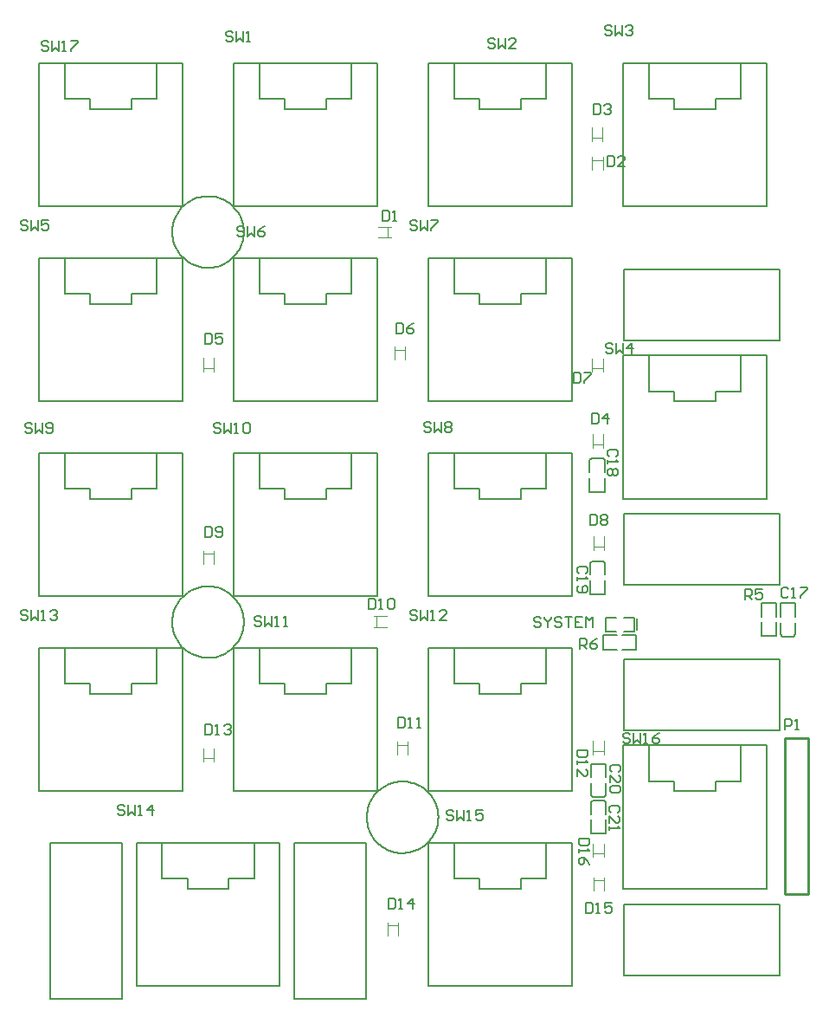
<source format=gto>
G04*
G04 #@! TF.GenerationSoftware,Altium Limited,Altium Designer,20.1.8 (145)*
G04*
G04 Layer_Color=65535*
%FSLAX25Y25*%
%MOIN*%
G70*
G04*
G04 #@! TF.SameCoordinates,F81AAEC3-6A38-4882-98ED-ECA9077A9C2D*
G04*
G04*
G04 #@! TF.FilePolarity,Positive*
G04*
G01*
G75*
%ADD10C,0.00591*%
%ADD11C,0.00600*%
%ADD12C,0.00500*%
%ADD13C,0.00197*%
%ADD14C,0.01000*%
%ADD15C,0.00700*%
%ADD16R,0.00606X0.04724*%
D10*
X167480Y228700D02*
X167444Y229694D01*
X167336Y230683D01*
X167157Y231662D01*
X166909Y232626D01*
X166591Y233568D01*
X166206Y234486D01*
X165756Y235373D01*
X165243Y236226D01*
X164670Y237039D01*
X164040Y237809D01*
X163355Y238531D01*
X162621Y239202D01*
X161840Y239819D01*
X161016Y240377D01*
X160154Y240874D01*
X159259Y241308D01*
X158335Y241677D01*
X157386Y241977D01*
X156419Y242209D01*
X155437Y242370D01*
X154446Y242459D01*
X153451Y242477D01*
X152458Y242423D01*
X151471Y242298D01*
X150495Y242102D01*
X149537Y241835D01*
X148600Y241501D01*
X147689Y241100D01*
X146810Y240633D01*
X145967Y240105D01*
X145164Y239517D01*
X144406Y238873D01*
X143696Y238176D01*
X143038Y237430D01*
X142436Y236638D01*
X141893Y235804D01*
X141411Y234934D01*
X140993Y234031D01*
X140642Y233100D01*
X140358Y232146D01*
X140145Y231174D01*
X140001Y230190D01*
X139929Y229198D01*
Y228203D01*
X140001Y227210D01*
X140145Y226226D01*
X140358Y225254D01*
X140642Y224300D01*
X140993Y223369D01*
X141411Y222466D01*
X141893Y221596D01*
X142436Y220762D01*
X143038Y219970D01*
X143696Y219224D01*
X144406Y218527D01*
X145164Y217883D01*
X145967Y217295D01*
X146810Y216767D01*
X147689Y216301D01*
X148600Y215899D01*
X149537Y215564D01*
X150495Y215298D01*
X151471Y215102D01*
X152458Y214977D01*
X153451Y214923D01*
X154446Y214941D01*
X155437Y215030D01*
X156419Y215191D01*
X157386Y215423D01*
X158335Y215723D01*
X159259Y216092D01*
X160154Y216526D01*
X161016Y217023D01*
X161840Y217581D01*
X162621Y218198D01*
X163355Y218869D01*
X164040Y219591D01*
X164670Y220361D01*
X165243Y221174D01*
X165756Y222027D01*
X166206Y222914D01*
X166591Y223832D01*
X166909Y224775D01*
X167157Y225738D01*
X167336Y226717D01*
X167444Y227706D01*
X167480Y228700D01*
X167470Y378777D02*
X167434Y379772D01*
X167326Y380761D01*
X167148Y381740D01*
X166899Y382703D01*
X166581Y383646D01*
X166196Y384563D01*
X165746Y385451D01*
X165233Y386303D01*
X164660Y387116D01*
X164030Y387886D01*
X163346Y388609D01*
X162611Y389280D01*
X161830Y389896D01*
X161006Y390454D01*
X160145Y390952D01*
X159249Y391386D01*
X158325Y391754D01*
X157377Y392055D01*
X156409Y392286D01*
X155427Y392447D01*
X154436Y392537D01*
X153441Y392555D01*
X152448Y392501D01*
X151461Y392375D01*
X150486Y392179D01*
X149527Y391913D01*
X148590Y391578D01*
X147679Y391177D01*
X146800Y390711D01*
X145957Y390182D01*
X145155Y389595D01*
X144396Y388951D01*
X143686Y388253D01*
X143029Y387507D01*
X142427Y386715D01*
X141883Y385881D01*
X141401Y385011D01*
X140983Y384108D01*
X140632Y383177D01*
X140349Y382224D01*
X140135Y381252D01*
X139991Y380267D01*
X139920Y379275D01*
Y378280D01*
X139991Y377288D01*
X140135Y376303D01*
X140349Y375331D01*
X140632Y374378D01*
X140983Y373447D01*
X141401Y372544D01*
X141883Y371673D01*
X142427Y370840D01*
X143029Y370048D01*
X143686Y369301D01*
X144396Y368604D01*
X145155Y367960D01*
X145957Y367372D01*
X146800Y366844D01*
X147679Y366378D01*
X148590Y365977D01*
X149527Y365642D01*
X150486Y365376D01*
X151461Y365179D01*
X152448Y365054D01*
X153441Y365000D01*
X154436Y365018D01*
X155427Y365108D01*
X156409Y365269D01*
X157377Y365500D01*
X158325Y365801D01*
X159249Y366169D01*
X160145Y366603D01*
X161006Y367100D01*
X161830Y367659D01*
X162611Y368275D01*
X163345Y368946D01*
X164030Y369669D01*
X164660Y370438D01*
X165233Y371252D01*
X165746Y372104D01*
X166196Y372991D01*
X166581Y373909D01*
X166899Y374852D01*
X167148Y375815D01*
X167326Y376794D01*
X167434Y377783D01*
X167470Y378777D01*
X242379Y153600D02*
X242344Y154594D01*
X242236Y155583D01*
X242057Y156562D01*
X241809Y157526D01*
X241491Y158468D01*
X241106Y159386D01*
X240656Y160273D01*
X240143Y161126D01*
X239570Y161939D01*
X238939Y162709D01*
X238255Y163431D01*
X237521Y164102D01*
X236740Y164719D01*
X235916Y165277D01*
X235054Y165774D01*
X234159Y166208D01*
X233235Y166577D01*
X232286Y166877D01*
X231319Y167109D01*
X230337Y167270D01*
X229346Y167359D01*
X228351Y167377D01*
X227358Y167323D01*
X226371Y167198D01*
X225395Y167002D01*
X224437Y166735D01*
X223500Y166401D01*
X222589Y165999D01*
X221710Y165533D01*
X220867Y165005D01*
X220064Y164417D01*
X219306Y163773D01*
X218596Y163076D01*
X217938Y162330D01*
X217336Y161538D01*
X216793Y160704D01*
X216311Y159834D01*
X215893Y158931D01*
X215542Y158000D01*
X215258Y157046D01*
X215044Y156074D01*
X214901Y155090D01*
X214829Y154097D01*
Y153103D01*
X214901Y152110D01*
X215044Y151126D01*
X215258Y150154D01*
X215542Y149200D01*
X215893Y148269D01*
X216311Y147366D01*
X216793Y146496D01*
X217336Y145662D01*
X217938Y144870D01*
X218596Y144124D01*
X219306Y143427D01*
X220064Y142783D01*
X220867Y142195D01*
X221710Y141667D01*
X222589Y141200D01*
X223500Y140799D01*
X224437Y140464D01*
X225395Y140198D01*
X226371Y140002D01*
X227358Y139877D01*
X228351Y139823D01*
X229346Y139841D01*
X230337Y139930D01*
X231319Y140091D01*
X232286Y140323D01*
X233235Y140623D01*
X234159Y140992D01*
X235054Y141426D01*
X235916Y141923D01*
X236740Y142481D01*
X237521Y143098D01*
X238255Y143769D01*
X238939Y144491D01*
X239570Y145261D01*
X240143Y146074D01*
X240656Y146927D01*
X241106Y147814D01*
X241491Y148732D01*
X241809Y149674D01*
X242057Y150638D01*
X242236Y151617D01*
X242344Y152606D01*
X242379Y153600D01*
X373737Y336963D02*
Y364522D01*
X313737Y336963D02*
X373737D01*
X313737D02*
Y364522D01*
X373737D01*
Y242963D02*
Y270522D01*
X313737Y242963D02*
X373737D01*
X313737D02*
Y270522D01*
X373737D01*
Y186962D02*
Y214522D01*
X313737Y186962D02*
X373737D01*
X313737D02*
Y214522D01*
X373737D01*
X186958Y83743D02*
X214517D01*
X186958D02*
Y143743D01*
X214517D01*
Y83743D02*
Y143743D01*
X92958Y83743D02*
X120517D01*
X92958D02*
Y143743D01*
X120517D01*
Y83743D02*
Y143743D01*
X313737Y120126D02*
X373737D01*
X313737Y92567D02*
Y120126D01*
Y92567D02*
X373737D01*
Y120126D01*
D11*
X306900Y154800D02*
Y159400D01*
X301100Y147300D02*
X306900D01*
Y152600D01*
X301100Y147300D02*
Y152600D01*
Y154800D02*
Y159400D01*
X301800Y160100D01*
X306200D01*
X306900Y159400D01*
X301100Y162100D02*
Y166700D01*
Y174200D02*
X306900D01*
X301100Y168900D02*
Y174200D01*
X306900Y168900D02*
Y174200D01*
Y162100D02*
Y166700D01*
X306200Y161400D02*
X306900Y162100D01*
X301800Y161400D02*
X306200D01*
X301100Y162100D02*
X301800Y161400D01*
X305900Y223600D02*
X311100D01*
X305900Y218000D02*
X311100D01*
X305900D02*
Y223600D01*
X318500Y218000D02*
Y223600D01*
X313300D02*
X318500D01*
X313300Y218000D02*
X318500D01*
X306700Y246900D02*
Y251500D01*
X300900Y239400D02*
X306700D01*
Y244700D01*
X300900Y239400D02*
Y244700D01*
Y246900D02*
Y251500D01*
X301600Y252200D01*
X306000D01*
X306700Y251500D01*
X306500Y286300D02*
Y290900D01*
X300700Y278800D02*
X306500D01*
Y284100D01*
X300700Y278800D02*
Y284100D01*
Y286300D02*
Y290900D01*
X301400Y291600D01*
X305800D01*
X306500Y290900D01*
X306900Y230500D02*
X310825D01*
X313975D02*
X317900D01*
X306900Y225100D02*
X310825D01*
X317900D02*
Y230500D01*
X306900Y225100D02*
Y230500D01*
X313975Y225100D02*
X317900D01*
X372400Y230800D02*
Y236000D01*
X366800Y230800D02*
Y236000D01*
X372400D01*
X366800Y223400D02*
X372400D01*
Y228600D01*
X366800Y223400D02*
Y228600D01*
X374200Y223900D02*
Y228500D01*
Y236000D02*
X380000D01*
X374200Y230700D02*
Y236000D01*
X380000Y230700D02*
Y236000D01*
Y223900D02*
Y228500D01*
X379300Y223200D02*
X380000Y223900D01*
X374900Y223200D02*
X379300D01*
X374200Y223900D02*
X374900Y223200D01*
D12*
X323521Y167522D02*
Y181226D01*
X358954Y167442D02*
Y181226D01*
X349111Y167442D02*
X358954D01*
X323521Y167522D02*
X333363D01*
Y163585D02*
Y167442D01*
X349111Y163585D02*
Y167442D01*
X333363Y163585D02*
X349111D01*
X313678Y126183D02*
X368796D01*
Y181301D01*
X313678D02*
X368796D01*
X313678Y126183D02*
Y181301D01*
Y276184D02*
Y331302D01*
X368796D01*
Y276184D02*
Y331302D01*
X313678Y276184D02*
X368796D01*
X333363Y313586D02*
X349111D01*
Y317443D01*
X333363Y313586D02*
Y317443D01*
X323521Y317523D02*
X333363D01*
X349111Y317443D02*
X358954D01*
Y331227D01*
X323521Y317523D02*
Y331227D01*
X173521Y355023D02*
Y368727D01*
X208954Y354943D02*
Y368727D01*
X199111Y354943D02*
X208954D01*
X173521Y355023D02*
X183363D01*
Y351086D02*
Y354943D01*
X199111Y351086D02*
Y354943D01*
X183363Y351086D02*
X199111D01*
X163678Y313684D02*
X218796D01*
Y368802D01*
X163678D02*
X218796D01*
X163678Y313684D02*
Y368802D01*
X98520Y280023D02*
Y293727D01*
X133954Y279943D02*
Y293727D01*
X124111Y279943D02*
X133954D01*
X98520Y280023D02*
X108363D01*
Y276086D02*
Y279943D01*
X124111Y276086D02*
Y279943D01*
X108363Y276086D02*
X124111D01*
X88678Y238684D02*
X143796D01*
Y293802D01*
X88678D02*
X143796D01*
X88678Y238684D02*
Y293802D01*
X173521Y280023D02*
Y293727D01*
X208954Y279943D02*
Y293727D01*
X199111Y279943D02*
X208954D01*
X173521Y280023D02*
X183363D01*
Y276086D02*
Y279943D01*
X199111Y276086D02*
Y279943D01*
X183363Y276086D02*
X199111D01*
X163678Y238684D02*
X218796D01*
Y293802D01*
X163678D02*
X218796D01*
X163678Y238684D02*
Y293802D01*
X248521Y130022D02*
Y143726D01*
X283954Y129943D02*
Y143726D01*
X274111Y129943D02*
X283954D01*
X248521Y130022D02*
X258363D01*
Y126085D02*
Y129943D01*
X274111Y126085D02*
Y129943D01*
X258363Y126085D02*
X274111D01*
X238678Y88683D02*
X293796D01*
Y143802D01*
X238678D02*
X293796D01*
X238678Y88683D02*
Y143802D01*
X173521Y205022D02*
Y218726D01*
X208954Y204942D02*
Y218726D01*
X199111Y204942D02*
X208954D01*
X173521Y205022D02*
X183363D01*
Y201085D02*
Y204942D01*
X199111Y201085D02*
Y204942D01*
X183363Y201085D02*
X199111D01*
X163678Y163683D02*
X218796D01*
Y218801D01*
X163678D02*
X218796D01*
X163678Y163683D02*
Y218801D01*
X248521Y280023D02*
Y293727D01*
X283954Y279943D02*
Y293727D01*
X274111Y279943D02*
X283954D01*
X248521Y280023D02*
X258363D01*
Y276086D02*
Y279943D01*
X274111Y276086D02*
Y279943D01*
X258363Y276086D02*
X274111D01*
X238678Y238684D02*
X293796D01*
Y293802D01*
X238678D02*
X293796D01*
X238678Y238684D02*
Y293802D01*
X238678Y388684D02*
Y443802D01*
X293796D01*
Y388684D02*
Y443802D01*
X238678Y388684D02*
X293796D01*
X258363Y426086D02*
X274111D01*
Y429943D01*
X258363Y426086D02*
Y429943D01*
X248521Y430023D02*
X258363D01*
X274111Y429943D02*
X283954D01*
Y443727D01*
X248521Y430023D02*
Y443727D01*
X98522Y430023D02*
Y443727D01*
X133955Y429943D02*
Y443727D01*
X124112Y429943D02*
X133955D01*
X98522Y430023D02*
X108364D01*
Y426086D02*
Y429943D01*
X124112Y426086D02*
Y429943D01*
X108364Y426086D02*
X124112D01*
X88679Y388684D02*
X143797D01*
Y443802D01*
X88679D02*
X143797D01*
X88679Y388684D02*
Y443802D01*
X163678Y388684D02*
Y443802D01*
X218796D01*
Y388684D02*
Y443802D01*
X163678Y388684D02*
X218796D01*
X183363Y426086D02*
X199111D01*
Y429943D01*
X183363Y426086D02*
Y429943D01*
X173521Y430023D02*
X183363D01*
X199111Y429943D02*
X208954D01*
Y443727D01*
X173521Y430023D02*
Y443727D01*
X136021Y130022D02*
Y143726D01*
X171454Y129943D02*
Y143726D01*
X161612Y129943D02*
X171454D01*
X136021Y130022D02*
X145864D01*
Y126085D02*
Y129943D01*
X161612Y126085D02*
Y129943D01*
X145864Y126085D02*
X161612D01*
X126179Y88683D02*
X181297D01*
Y143802D01*
X126179D02*
X181297D01*
X126179Y88683D02*
Y143802D01*
X313678Y388684D02*
Y443802D01*
X368796D01*
Y388684D02*
Y443802D01*
X313678Y388684D02*
X368796D01*
X333363Y426086D02*
X349111D01*
Y429943D01*
X333363Y426086D02*
Y429943D01*
X323521Y430023D02*
X333363D01*
X349111Y429943D02*
X358954D01*
Y443727D01*
X323521Y430023D02*
Y443727D01*
X238678Y313684D02*
Y368802D01*
X293796D01*
Y313684D02*
Y368802D01*
X238678Y313684D02*
X293796D01*
X258363Y351086D02*
X274111D01*
Y354943D01*
X258363Y351086D02*
Y354943D01*
X248521Y355023D02*
X258363D01*
X274111Y354943D02*
X283954D01*
Y368727D01*
X248521Y355023D02*
Y368727D01*
X88652Y313734D02*
Y368852D01*
X143771D01*
Y313734D02*
Y368852D01*
X88652Y313734D02*
X143771D01*
X108337Y351135D02*
X124085D01*
Y354993D01*
X108337Y351135D02*
Y354993D01*
X98495Y355072D02*
X108337D01*
X124085Y354993D02*
X133928D01*
Y368776D01*
X98495Y355072D02*
Y368776D01*
X238678Y163683D02*
Y218801D01*
X293796D01*
Y163683D02*
Y218801D01*
X238678Y163683D02*
X293796D01*
X258363Y201085D02*
X274111D01*
Y204942D01*
X258363Y201085D02*
Y204942D01*
X248521Y205022D02*
X258363D01*
X274111Y204942D02*
X283954D01*
Y218726D01*
X248521Y205022D02*
Y218726D01*
X88678Y163684D02*
Y218802D01*
X143796D01*
Y163684D02*
Y218802D01*
X88678Y163684D02*
X143796D01*
X108363Y201085D02*
X124111D01*
Y204943D01*
X108363Y201085D02*
Y204943D01*
X98520Y205022D02*
X108363D01*
X124111Y204943D02*
X133954D01*
Y218726D01*
X98520Y205022D02*
Y218726D01*
D13*
X302060Y257663D02*
X306194D01*
Y256482D02*
Y261600D01*
X302060Y256482D02*
Y261600D01*
X301760Y297063D02*
X305894D01*
Y295882D02*
Y301000D01*
X301760Y295882D02*
Y301000D01*
X301660Y326263D02*
X305794D01*
Y325082D02*
Y330200D01*
X301660Y325082D02*
Y330200D01*
X301633Y406537D02*
X305767D01*
X301633Y402600D02*
Y407718D01*
X305767Y402600D02*
Y407718D01*
X223037Y376633D02*
Y380767D01*
X219100D02*
X224218D01*
X219100Y376633D02*
X224218D01*
X302033Y139563D02*
X306167D01*
Y138382D02*
Y143500D01*
X302033Y138382D02*
Y143500D01*
X302133Y129337D02*
X306267D01*
X302133Y125400D02*
Y130518D01*
X306267Y125400D02*
Y130518D01*
X302033Y177882D02*
Y183000D01*
X306167Y177882D02*
Y183000D01*
X302033Y179063D02*
X306167D01*
X226867Y108000D02*
Y113118D01*
X222733Y108000D02*
Y113118D01*
Y111937D02*
X226867D01*
X151860Y175082D02*
Y180200D01*
X155994Y175082D02*
Y180200D01*
X151860Y176263D02*
X155994D01*
X230567Y177600D02*
Y182718D01*
X226433Y177600D02*
Y182718D01*
Y181537D02*
X230567D01*
X217482Y230967D02*
X222600D01*
X217482Y226833D02*
X222600D01*
X218663D02*
Y230967D01*
X155967Y251100D02*
Y256218D01*
X151833Y251100D02*
Y256218D01*
Y255037D02*
X155967D01*
X301533Y413782D02*
Y418900D01*
X305667Y413782D02*
Y418900D01*
X301533Y414963D02*
X305667D01*
X229667Y329600D02*
Y334718D01*
X225533Y329600D02*
Y334718D01*
Y333537D02*
X229667D01*
X151833Y325182D02*
Y330300D01*
X155967Y325182D02*
Y330300D01*
X151833Y326363D02*
X155967D01*
D14*
X375900Y184200D02*
X384900D01*
X375900Y124188D02*
Y184200D01*
Y124188D02*
X384900D01*
Y184200D01*
D15*
X375800Y187400D02*
Y191399D01*
X377799D01*
X378466Y190732D01*
Y189399D01*
X377799Y188733D01*
X375800D01*
X379799Y187400D02*
X381132D01*
X380465D01*
Y191399D01*
X379799Y190732D01*
X92168Y451833D02*
X91502Y452499D01*
X90169D01*
X89502Y451833D01*
Y451166D01*
X90169Y450500D01*
X91502D01*
X92168Y449834D01*
Y449167D01*
X91502Y448501D01*
X90169D01*
X89502Y449167D01*
X93501Y452499D02*
Y448501D01*
X94834Y449834D01*
X96167Y448501D01*
Y452499D01*
X97500Y448501D02*
X98833D01*
X98166D01*
Y452499D01*
X97500Y451833D01*
X100832Y452499D02*
X103498D01*
Y451833D01*
X100832Y449167D01*
Y448501D01*
X316268Y185433D02*
X315602Y186099D01*
X314269D01*
X313602Y185433D01*
Y184766D01*
X314269Y184100D01*
X315602D01*
X316268Y183433D01*
Y182767D01*
X315602Y182101D01*
X314269D01*
X313602Y182767D01*
X317601Y186099D02*
Y182101D01*
X318934Y183433D01*
X320267Y182101D01*
Y186099D01*
X321600Y182101D02*
X322933D01*
X322266D01*
Y186099D01*
X321600Y185433D01*
X327598Y186099D02*
X326265Y185433D01*
X324932Y184100D01*
Y182767D01*
X325598Y182101D01*
X326931D01*
X327598Y182767D01*
Y183433D01*
X326931Y184100D01*
X324932D01*
X248268Y155733D02*
X247602Y156399D01*
X246269D01*
X245602Y155733D01*
Y155067D01*
X246269Y154400D01*
X247602D01*
X248268Y153734D01*
Y153067D01*
X247602Y152401D01*
X246269D01*
X245602Y153067D01*
X249601Y156399D02*
Y152401D01*
X250934Y153734D01*
X252267Y152401D01*
Y156399D01*
X253600Y152401D02*
X254933D01*
X254266D01*
Y156399D01*
X253600Y155733D01*
X259598Y156399D02*
X256932D01*
Y154400D01*
X258265Y155067D01*
X258931D01*
X259598Y154400D01*
Y153067D01*
X258931Y152401D01*
X257598D01*
X256932Y153067D01*
X121666Y157732D02*
X120999Y158399D01*
X119667D01*
X119000Y157732D01*
Y157066D01*
X119667Y156399D01*
X120999D01*
X121666Y155733D01*
Y155067D01*
X120999Y154400D01*
X119667D01*
X119000Y155067D01*
X122999Y158399D02*
Y154400D01*
X124332Y155733D01*
X125664Y154400D01*
Y158399D01*
X126997Y154400D02*
X128330D01*
X127664D01*
Y158399D01*
X126997Y157732D01*
X132329Y154400D02*
Y158399D01*
X130330Y156399D01*
X132995D01*
X84166Y232732D02*
X83499Y233399D01*
X82166D01*
X81500Y232732D01*
Y232066D01*
X82166Y231399D01*
X83499D01*
X84166Y230733D01*
Y230066D01*
X83499Y229400D01*
X82166D01*
X81500Y230066D01*
X85499Y233399D02*
Y229400D01*
X86832Y230733D01*
X88165Y229400D01*
Y233399D01*
X89497Y229400D02*
X90830D01*
X90164D01*
Y233399D01*
X89497Y232732D01*
X92830D02*
X93496Y233399D01*
X94829D01*
X95495Y232732D01*
Y232066D01*
X94829Y231399D01*
X94163D01*
X94829D01*
X95495Y230733D01*
Y230066D01*
X94829Y229400D01*
X93496D01*
X92830Y230066D01*
X234166Y232732D02*
X233499Y233399D01*
X232166D01*
X231500Y232732D01*
Y232066D01*
X232166Y231399D01*
X233499D01*
X234166Y230733D01*
Y230066D01*
X233499Y229400D01*
X232166D01*
X231500Y230066D01*
X235499Y233399D02*
Y229400D01*
X236832Y230733D01*
X238164Y229400D01*
Y233399D01*
X239497Y229400D02*
X240830D01*
X240164D01*
Y233399D01*
X239497Y232732D01*
X245496Y229400D02*
X242830D01*
X245496Y232066D01*
Y232732D01*
X244829Y233399D01*
X243496D01*
X242830Y232732D01*
X174335Y230533D02*
X173668Y231199D01*
X172335D01*
X171669Y230533D01*
Y229866D01*
X172335Y229200D01*
X173668D01*
X174335Y228534D01*
Y227867D01*
X173668Y227201D01*
X172335D01*
X171669Y227867D01*
X175667Y231199D02*
Y227201D01*
X177000Y228534D01*
X178333Y227201D01*
Y231199D01*
X179666Y227201D02*
X180999D01*
X180333D01*
Y231199D01*
X179666Y230533D01*
X182998Y227201D02*
X184331D01*
X183665D01*
Y231199D01*
X182998Y230533D01*
X158568Y304633D02*
X157902Y305299D01*
X156569D01*
X155902Y304633D01*
Y303966D01*
X156569Y303300D01*
X157902D01*
X158568Y302634D01*
Y301967D01*
X157902Y301301D01*
X156569D01*
X155902Y301967D01*
X159901Y305299D02*
Y301301D01*
X161234Y302634D01*
X162567Y301301D01*
Y305299D01*
X163900Y301301D02*
X165233D01*
X164566D01*
Y305299D01*
X163900Y304633D01*
X167232D02*
X167898Y305299D01*
X169231D01*
X169898Y304633D01*
Y301967D01*
X169231Y301301D01*
X167898D01*
X167232Y301967D01*
Y304633D01*
X85734Y304733D02*
X85068Y305399D01*
X83735D01*
X83068Y304733D01*
Y304066D01*
X83735Y303400D01*
X85068D01*
X85734Y302734D01*
Y302067D01*
X85068Y301401D01*
X83735D01*
X83068Y302067D01*
X87067Y305399D02*
Y301401D01*
X88400Y302734D01*
X89733Y301401D01*
Y305399D01*
X91066Y302067D02*
X91732Y301401D01*
X93065D01*
X93732Y302067D01*
Y304733D01*
X93065Y305399D01*
X91732D01*
X91066Y304733D01*
Y304066D01*
X91732Y303400D01*
X93732D01*
X239534Y304933D02*
X238868Y305599D01*
X237535D01*
X236868Y304933D01*
Y304266D01*
X237535Y303600D01*
X238868D01*
X239534Y302934D01*
Y302267D01*
X238868Y301601D01*
X237535D01*
X236868Y302267D01*
X240867Y305599D02*
Y301601D01*
X242200Y302934D01*
X243533Y301601D01*
Y305599D01*
X244866Y304933D02*
X245532Y305599D01*
X246865D01*
X247532Y304933D01*
Y304266D01*
X246865Y303600D01*
X247532Y302934D01*
Y302267D01*
X246865Y301601D01*
X245532D01*
X244866Y302267D01*
Y302934D01*
X245532Y303600D01*
X244866Y304266D01*
Y304933D01*
X245532Y303600D02*
X246865D01*
X234166Y382732D02*
X233499Y383399D01*
X232166D01*
X231500Y382732D01*
Y382066D01*
X232166Y381399D01*
X233499D01*
X234166Y380733D01*
Y380066D01*
X233499Y379400D01*
X232166D01*
X231500Y380066D01*
X235499Y383399D02*
Y379400D01*
X236832Y380733D01*
X238164Y379400D01*
Y383399D01*
X239497D02*
X242163D01*
Y382732D01*
X239497Y380066D01*
Y379400D01*
X167634Y380433D02*
X166968Y381099D01*
X165635D01*
X164968Y380433D01*
Y379766D01*
X165635Y379100D01*
X166968D01*
X167634Y378434D01*
Y377767D01*
X166968Y377101D01*
X165635D01*
X164968Y377767D01*
X168967Y381099D02*
Y377101D01*
X170300Y378434D01*
X171633Y377101D01*
Y381099D01*
X175632D02*
X174299Y380433D01*
X172966Y379100D01*
Y377767D01*
X173632Y377101D01*
X174965D01*
X175632Y377767D01*
Y378434D01*
X174965Y379100D01*
X172966D01*
X84166Y382832D02*
X83499Y383499D01*
X82166D01*
X81500Y382832D01*
Y382166D01*
X82166Y381499D01*
X83499D01*
X84166Y380833D01*
Y380166D01*
X83499Y379500D01*
X82166D01*
X81500Y380166D01*
X85499Y383499D02*
Y379500D01*
X86832Y380833D01*
X88165Y379500D01*
Y383499D01*
X92163D02*
X89497D01*
Y381499D01*
X90830Y382166D01*
X91497D01*
X92163Y381499D01*
Y380166D01*
X91497Y379500D01*
X90164D01*
X89497Y380166D01*
X309434Y335533D02*
X308768Y336199D01*
X307435D01*
X306768Y335533D01*
Y334866D01*
X307435Y334200D01*
X308768D01*
X309434Y333534D01*
Y332867D01*
X308768Y332201D01*
X307435D01*
X306768Y332867D01*
X310767Y336199D02*
Y332201D01*
X312100Y333534D01*
X313433Y332201D01*
Y336199D01*
X316765Y332201D02*
Y336199D01*
X314766Y334200D01*
X317432D01*
X309166Y457732D02*
X308499Y458399D01*
X307166D01*
X306500Y457732D01*
Y457066D01*
X307166Y456399D01*
X308499D01*
X309166Y455733D01*
Y455066D01*
X308499Y454400D01*
X307166D01*
X306500Y455066D01*
X310499Y458399D02*
Y454400D01*
X311832Y455733D01*
X313164Y454400D01*
Y458399D01*
X314497Y457732D02*
X315164Y458399D01*
X316497D01*
X317163Y457732D01*
Y457066D01*
X316497Y456399D01*
X315830D01*
X316497D01*
X317163Y455733D01*
Y455066D01*
X316497Y454400D01*
X315164D01*
X314497Y455066D01*
X264234Y452633D02*
X263568Y453299D01*
X262235D01*
X261568Y452633D01*
Y451966D01*
X262235Y451300D01*
X263568D01*
X264234Y450634D01*
Y449967D01*
X263568Y449301D01*
X262235D01*
X261568Y449967D01*
X265567Y453299D02*
Y449301D01*
X266900Y450634D01*
X268233Y449301D01*
Y453299D01*
X272232Y449301D02*
X269566D01*
X272232Y451966D01*
Y452633D01*
X271565Y453299D01*
X270232D01*
X269566Y452633D01*
X163201Y455233D02*
X162534Y455899D01*
X161201D01*
X160535Y455233D01*
Y454566D01*
X161201Y453900D01*
X162534D01*
X163201Y453234D01*
Y452567D01*
X162534Y451901D01*
X161201D01*
X160535Y452567D01*
X164533Y455899D02*
Y451901D01*
X165866Y453234D01*
X167199Y451901D01*
Y455899D01*
X168532Y451901D02*
X169865D01*
X169199D01*
Y455899D01*
X168532Y455233D01*
X296768Y218501D02*
Y222499D01*
X298767D01*
X299434Y221833D01*
Y220500D01*
X298767Y219834D01*
X296768D01*
X298101D02*
X299434Y218501D01*
X303432Y222499D02*
X302099Y221833D01*
X300766Y220500D01*
Y219167D01*
X301433Y218501D01*
X302766D01*
X303432Y219167D01*
Y219834D01*
X302766Y220500D01*
X300766D01*
X360668Y237401D02*
Y241399D01*
X362667D01*
X363334Y240733D01*
Y239400D01*
X362667Y238734D01*
X360668D01*
X362001D02*
X363334Y237401D01*
X367332Y241399D02*
X364667D01*
Y239400D01*
X365999Y240066D01*
X366666D01*
X367332Y239400D01*
Y238067D01*
X366666Y237401D01*
X365333D01*
X364667Y238067D01*
X281936Y230133D02*
X281270Y230799D01*
X279937D01*
X279270Y230133D01*
Y229466D01*
X279937Y228800D01*
X281270D01*
X281936Y228134D01*
Y227467D01*
X281270Y226801D01*
X279937D01*
X279270Y227467D01*
X283269Y230799D02*
Y230133D01*
X284602Y228800D01*
X285935Y230133D01*
Y230799D01*
X284602Y228800D02*
Y226801D01*
X289934Y230133D02*
X289267Y230799D01*
X287934D01*
X287268Y230133D01*
Y229466D01*
X287934Y228800D01*
X289267D01*
X289934Y228134D01*
Y227467D01*
X289267Y226801D01*
X287934D01*
X287268Y227467D01*
X291266Y230799D02*
X293932D01*
X292599D01*
Y226801D01*
X297931Y230799D02*
X295265D01*
Y226801D01*
X297931D01*
X295265Y228800D02*
X296598D01*
X299264Y226801D02*
Y230799D01*
X300597Y229466D01*
X301930Y230799D01*
Y226801D01*
X300599Y145398D02*
X296601D01*
Y143399D01*
X297267Y142733D01*
X299933D01*
X300599Y143399D01*
Y145398D01*
X296601Y141400D02*
Y140067D01*
Y140733D01*
X300599D01*
X299933Y141400D01*
X300599Y135402D02*
X299933Y136734D01*
X298600Y138067D01*
X297267D01*
X296601Y137401D01*
Y136068D01*
X297267Y135402D01*
X297934D01*
X298600Y136068D01*
Y138067D01*
X299102Y120599D02*
Y116601D01*
X301101D01*
X301767Y117267D01*
Y119933D01*
X301101Y120599D01*
X299102D01*
X303100Y116601D02*
X304433D01*
X303767D01*
Y120599D01*
X303100Y119933D01*
X309098Y120599D02*
X306433D01*
Y118600D01*
X307766Y119266D01*
X308432D01*
X309098Y118600D01*
Y117267D01*
X308432Y116601D01*
X307099D01*
X306433Y117267D01*
X223282Y122277D02*
Y118278D01*
X225281D01*
X225948Y118944D01*
Y121610D01*
X225281Y122277D01*
X223282D01*
X227281Y118278D02*
X228614D01*
X227947D01*
Y122277D01*
X227281Y121610D01*
X232612Y118278D02*
Y122277D01*
X230613Y120277D01*
X233279D01*
X152500Y189499D02*
Y185500D01*
X154499D01*
X155166Y186167D01*
Y188832D01*
X154499Y189499D01*
X152500D01*
X156499Y185500D02*
X157832D01*
X157165D01*
Y189499D01*
X156499Y188832D01*
X159831D02*
X160497Y189499D01*
X161830D01*
X162497Y188832D01*
Y188166D01*
X161830Y187499D01*
X161164D01*
X161830D01*
X162497Y186833D01*
Y186167D01*
X161830Y185500D01*
X160497D01*
X159831Y186167D01*
X299899Y179498D02*
X295901D01*
Y177499D01*
X296567Y176833D01*
X299233D01*
X299899Y177499D01*
Y179498D01*
X295901Y175500D02*
Y174167D01*
Y174833D01*
X299899D01*
X299233Y175500D01*
X295901Y169502D02*
Y172167D01*
X298566Y169502D01*
X299233D01*
X299899Y170168D01*
Y171501D01*
X299233Y172167D01*
X227027Y191899D02*
Y187900D01*
X229026D01*
X229693Y188567D01*
Y191232D01*
X229026Y191899D01*
X227027D01*
X231026Y187900D02*
X232358D01*
X231692D01*
Y191899D01*
X231026Y191232D01*
X234358Y187900D02*
X235691D01*
X235024D01*
Y191899D01*
X234358Y191232D01*
X215700Y237799D02*
Y233800D01*
X217699D01*
X218366Y234466D01*
Y237132D01*
X217699Y237799D01*
X215700D01*
X219699Y233800D02*
X221032D01*
X220365D01*
Y237799D01*
X219699Y237132D01*
X223031D02*
X223697Y237799D01*
X225030D01*
X225697Y237132D01*
Y234466D01*
X225030Y233800D01*
X223697D01*
X223031Y234466D01*
Y237132D01*
X152400Y265399D02*
Y261400D01*
X154399D01*
X155066Y262066D01*
Y264732D01*
X154399Y265399D01*
X152400D01*
X156399Y262066D02*
X157065Y261400D01*
X158398D01*
X159064Y262066D01*
Y264732D01*
X158398Y265399D01*
X157065D01*
X156399Y264732D01*
Y264066D01*
X157065Y263399D01*
X159064D01*
X300968Y269999D02*
Y266001D01*
X302967D01*
X303634Y266667D01*
Y269333D01*
X302967Y269999D01*
X300968D01*
X304966Y269333D02*
X305633Y269999D01*
X306966D01*
X307632Y269333D01*
Y268666D01*
X306966Y268000D01*
X307632Y267334D01*
Y266667D01*
X306966Y266001D01*
X305633D01*
X304966Y266667D01*
Y267334D01*
X305633Y268000D01*
X304966Y268666D01*
Y269333D01*
X305633Y268000D02*
X306966D01*
X294568Y324699D02*
Y320701D01*
X296567D01*
X297234Y321367D01*
Y324033D01*
X296567Y324699D01*
X294568D01*
X298567D02*
X301232D01*
Y324033D01*
X298567Y321367D01*
Y320701D01*
X226162Y343879D02*
Y339880D01*
X228161D01*
X228827Y340546D01*
Y343212D01*
X228161Y343879D01*
X226162D01*
X232826D02*
X231493Y343212D01*
X230160Y341879D01*
Y340546D01*
X230827Y339880D01*
X232160D01*
X232826Y340546D01*
Y341213D01*
X232160Y341879D01*
X230160D01*
X152473Y339599D02*
Y335600D01*
X154473D01*
X155139Y336266D01*
Y338932D01*
X154473Y339599D01*
X152473D01*
X159138D02*
X156472D01*
Y337599D01*
X157805Y338266D01*
X158471D01*
X159138Y337599D01*
Y336266D01*
X158471Y335600D01*
X157138D01*
X156472Y336266D01*
X301468Y309099D02*
Y305101D01*
X303467D01*
X304134Y305767D01*
Y308433D01*
X303467Y309099D01*
X301468D01*
X307466Y305101D02*
Y309099D01*
X305467Y307100D01*
X308132D01*
X302100Y428199D02*
Y424200D01*
X304099D01*
X304766Y424866D01*
Y427532D01*
X304099Y428199D01*
X302100D01*
X306099Y427532D02*
X306765Y428199D01*
X308098D01*
X308765Y427532D01*
Y426866D01*
X308098Y426199D01*
X307432D01*
X308098D01*
X308765Y425533D01*
Y424866D01*
X308098Y424200D01*
X306765D01*
X306099Y424866D01*
X307568Y408199D02*
Y404201D01*
X309567D01*
X310234Y404867D01*
Y407533D01*
X309567Y408199D01*
X307568D01*
X314232Y404201D02*
X311566D01*
X314232Y406866D01*
Y407533D01*
X313566Y408199D01*
X312233D01*
X311566Y407533D01*
X221034Y386899D02*
Y382901D01*
X223034D01*
X223700Y383567D01*
Y386233D01*
X223034Y386899D01*
X221034D01*
X225033Y382901D02*
X226366D01*
X225699D01*
Y386899D01*
X225033Y386233D01*
X311433Y155299D02*
X312099Y155966D01*
Y157299D01*
X311433Y157965D01*
X308767D01*
X308101Y157299D01*
Y155966D01*
X308767Y155299D01*
X308101Y151301D02*
Y153966D01*
X310766Y151301D01*
X311433D01*
X312099Y151967D01*
Y153300D01*
X311433Y153966D01*
X308101Y149968D02*
Y148635D01*
Y149301D01*
X312099D01*
X311433Y149968D01*
X311833Y171066D02*
X312499Y171732D01*
Y173065D01*
X311833Y173732D01*
X309167D01*
X308501Y173065D01*
Y171732D01*
X309167Y171066D01*
X308501Y167067D02*
Y169733D01*
X311166Y167067D01*
X311833D01*
X312499Y167734D01*
Y169067D01*
X311833Y169733D01*
Y165734D02*
X312499Y165068D01*
Y163735D01*
X311833Y163068D01*
X309167D01*
X308501Y163735D01*
Y165068D01*
X309167Y165734D01*
X311833D01*
X299333Y247433D02*
X299999Y248099D01*
Y249432D01*
X299333Y250098D01*
X296667D01*
X296001Y249432D01*
Y248099D01*
X296667Y247433D01*
X296001Y246100D02*
Y244767D01*
Y245433D01*
X299999D01*
X299333Y246100D01*
X296667Y242767D02*
X296001Y242101D01*
Y240768D01*
X296667Y240102D01*
X299333D01*
X299999Y240768D01*
Y242101D01*
X299333Y242767D01*
X298666D01*
X298000Y242101D01*
Y240102D01*
X311033Y292533D02*
X311699Y293199D01*
Y294532D01*
X311033Y295198D01*
X308367D01*
X307701Y294532D01*
Y293199D01*
X308367Y292533D01*
X307701Y291200D02*
Y289867D01*
Y290533D01*
X311699D01*
X311033Y291200D01*
Y287867D02*
X311699Y287201D01*
Y285868D01*
X311033Y285202D01*
X310366D01*
X309700Y285868D01*
X309034Y285202D01*
X308367D01*
X307701Y285868D01*
Y287201D01*
X308367Y287867D01*
X309034D01*
X309700Y287201D01*
X310366Y287867D01*
X311033D01*
X309700Y287201D02*
Y285868D01*
X377067Y241333D02*
X376401Y241999D01*
X375068D01*
X374402Y241333D01*
Y238667D01*
X375068Y238001D01*
X376401D01*
X377067Y238667D01*
X378400Y238001D02*
X379733D01*
X379067D01*
Y241999D01*
X378400Y241333D01*
X381733Y241999D02*
X384398D01*
Y241333D01*
X381733Y238667D01*
Y238001D01*
D16*
X318997Y227800D02*
D03*
M02*

</source>
